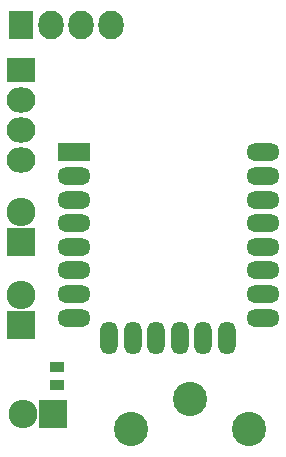
<source format=gbr>
G04 #@! TF.FileFunction,Soldermask,Top*
%FSLAX46Y46*%
G04 Gerber Fmt 4.6, Leading zero omitted, Abs format (unit mm)*
G04 Created by KiCad (PCBNEW 4.0.2-4+6225~38~ubuntu14.04.1-stable) date Thu 31 Mar 2016 02:11:22 CEST*
%MOMM*%
G01*
G04 APERTURE LIST*
%ADD10C,0.100000*%
%ADD11O,1.500000X2.800000*%
%ADD12R,2.800000X1.500000*%
%ADD13O,2.800000X1.500000*%
%ADD14R,2.127200X2.432000*%
%ADD15O,2.127200X2.432000*%
%ADD16R,2.432000X2.432000*%
%ADD17O,2.432000X2.432000*%
%ADD18R,2.432000X2.127200*%
%ADD19O,2.432000X2.127200*%
%ADD20R,1.300000X0.900000*%
%ADD21C,2.899360*%
G04 APERTURE END LIST*
D10*
D11*
X67760000Y-70360000D03*
X69760000Y-70360000D03*
X71760000Y-70360000D03*
X73760000Y-70360000D03*
X75760000Y-70360000D03*
X77760000Y-70360000D03*
D12*
X64770000Y-54610000D03*
D13*
X64770000Y-56610000D03*
X64770000Y-58610000D03*
X64770000Y-60610000D03*
X64770000Y-62610000D03*
X64770000Y-64610000D03*
X64770000Y-66610000D03*
X64770000Y-68610000D03*
X80770000Y-68610000D03*
X80770000Y-66610000D03*
X80770000Y-64610000D03*
X80770000Y-62610000D03*
X80770000Y-60610000D03*
X80770000Y-58610000D03*
X80770000Y-56610000D03*
X80770000Y-54610000D03*
D14*
X60325000Y-43815000D03*
D15*
X62865000Y-43815000D03*
X65405000Y-43815000D03*
X67945000Y-43815000D03*
D16*
X62992000Y-76784200D03*
D17*
X60452000Y-76784200D03*
D16*
X60325000Y-69215000D03*
D17*
X60325000Y-66675000D03*
D18*
X60325000Y-47625000D03*
D19*
X60325000Y-50165000D03*
X60325000Y-52705000D03*
X60325000Y-55245000D03*
D16*
X60325000Y-62230000D03*
D17*
X60325000Y-59690000D03*
D20*
X63398400Y-72808400D03*
X63398400Y-74308400D03*
D21*
X74597260Y-75529440D03*
X79598520Y-78028800D03*
X69596000Y-78028800D03*
M02*

</source>
